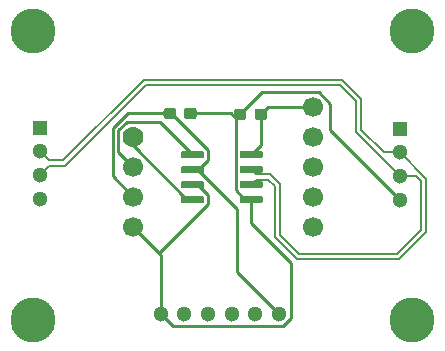
<source format=gbl>
G04 #@! TF.GenerationSoftware,KiCad,Pcbnew,(5.1.2)-1*
G04 #@! TF.CreationDate,2020-12-05T14:01:01+09:00*
G04 #@! TF.ProjectId,M5Atom_CAN,4d354174-6f6d-45f4-9341-4e2e6b696361,rev?*
G04 #@! TF.SameCoordinates,Original*
G04 #@! TF.FileFunction,Copper,L2,Bot*
G04 #@! TF.FilePolarity,Positive*
%FSLAX46Y46*%
G04 Gerber Fmt 4.6, Leading zero omitted, Abs format (unit mm)*
G04 Created by KiCad (PCBNEW (5.1.2)-1) date 2020-12-05 14:01:01*
%MOMM*%
%LPD*%
G04 APERTURE LIST*
%ADD10C,1.300000*%
%ADD11R,1.300000X1.300000*%
%ADD12C,0.100000*%
%ADD13C,0.600000*%
%ADD14C,0.950000*%
%ADD15C,1.700000*%
%ADD16C,1.776200*%
%ADD17C,3.800000*%
%ADD18C,0.250000*%
%ADD19C,0.200000*%
G04 APERTURE END LIST*
D10*
X165100000Y-126492000D03*
X165100000Y-124492000D03*
X165100000Y-122492000D03*
D11*
X165100000Y-120492000D03*
D12*
G36*
X153364703Y-126192722D02*
G01*
X153379264Y-126194882D01*
X153393543Y-126198459D01*
X153407403Y-126203418D01*
X153420710Y-126209712D01*
X153433336Y-126217280D01*
X153445159Y-126226048D01*
X153456066Y-126235934D01*
X153465952Y-126246841D01*
X153474720Y-126258664D01*
X153482288Y-126271290D01*
X153488582Y-126284597D01*
X153493541Y-126298457D01*
X153497118Y-126312736D01*
X153499278Y-126327297D01*
X153500000Y-126342000D01*
X153500000Y-126642000D01*
X153499278Y-126656703D01*
X153497118Y-126671264D01*
X153493541Y-126685543D01*
X153488582Y-126699403D01*
X153482288Y-126712710D01*
X153474720Y-126725336D01*
X153465952Y-126737159D01*
X153456066Y-126748066D01*
X153445159Y-126757952D01*
X153433336Y-126766720D01*
X153420710Y-126774288D01*
X153407403Y-126780582D01*
X153393543Y-126785541D01*
X153379264Y-126789118D01*
X153364703Y-126791278D01*
X153350000Y-126792000D01*
X151700000Y-126792000D01*
X151685297Y-126791278D01*
X151670736Y-126789118D01*
X151656457Y-126785541D01*
X151642597Y-126780582D01*
X151629290Y-126774288D01*
X151616664Y-126766720D01*
X151604841Y-126757952D01*
X151593934Y-126748066D01*
X151584048Y-126737159D01*
X151575280Y-126725336D01*
X151567712Y-126712710D01*
X151561418Y-126699403D01*
X151556459Y-126685543D01*
X151552882Y-126671264D01*
X151550722Y-126656703D01*
X151550000Y-126642000D01*
X151550000Y-126342000D01*
X151550722Y-126327297D01*
X151552882Y-126312736D01*
X151556459Y-126298457D01*
X151561418Y-126284597D01*
X151567712Y-126271290D01*
X151575280Y-126258664D01*
X151584048Y-126246841D01*
X151593934Y-126235934D01*
X151604841Y-126226048D01*
X151616664Y-126217280D01*
X151629290Y-126209712D01*
X151642597Y-126203418D01*
X151656457Y-126198459D01*
X151670736Y-126194882D01*
X151685297Y-126192722D01*
X151700000Y-126192000D01*
X153350000Y-126192000D01*
X153364703Y-126192722D01*
X153364703Y-126192722D01*
G37*
D13*
X152525000Y-126492000D03*
D12*
G36*
X153364703Y-124922722D02*
G01*
X153379264Y-124924882D01*
X153393543Y-124928459D01*
X153407403Y-124933418D01*
X153420710Y-124939712D01*
X153433336Y-124947280D01*
X153445159Y-124956048D01*
X153456066Y-124965934D01*
X153465952Y-124976841D01*
X153474720Y-124988664D01*
X153482288Y-125001290D01*
X153488582Y-125014597D01*
X153493541Y-125028457D01*
X153497118Y-125042736D01*
X153499278Y-125057297D01*
X153500000Y-125072000D01*
X153500000Y-125372000D01*
X153499278Y-125386703D01*
X153497118Y-125401264D01*
X153493541Y-125415543D01*
X153488582Y-125429403D01*
X153482288Y-125442710D01*
X153474720Y-125455336D01*
X153465952Y-125467159D01*
X153456066Y-125478066D01*
X153445159Y-125487952D01*
X153433336Y-125496720D01*
X153420710Y-125504288D01*
X153407403Y-125510582D01*
X153393543Y-125515541D01*
X153379264Y-125519118D01*
X153364703Y-125521278D01*
X153350000Y-125522000D01*
X151700000Y-125522000D01*
X151685297Y-125521278D01*
X151670736Y-125519118D01*
X151656457Y-125515541D01*
X151642597Y-125510582D01*
X151629290Y-125504288D01*
X151616664Y-125496720D01*
X151604841Y-125487952D01*
X151593934Y-125478066D01*
X151584048Y-125467159D01*
X151575280Y-125455336D01*
X151567712Y-125442710D01*
X151561418Y-125429403D01*
X151556459Y-125415543D01*
X151552882Y-125401264D01*
X151550722Y-125386703D01*
X151550000Y-125372000D01*
X151550000Y-125072000D01*
X151550722Y-125057297D01*
X151552882Y-125042736D01*
X151556459Y-125028457D01*
X151561418Y-125014597D01*
X151567712Y-125001290D01*
X151575280Y-124988664D01*
X151584048Y-124976841D01*
X151593934Y-124965934D01*
X151604841Y-124956048D01*
X151616664Y-124947280D01*
X151629290Y-124939712D01*
X151642597Y-124933418D01*
X151656457Y-124928459D01*
X151670736Y-124924882D01*
X151685297Y-124922722D01*
X151700000Y-124922000D01*
X153350000Y-124922000D01*
X153364703Y-124922722D01*
X153364703Y-124922722D01*
G37*
D13*
X152525000Y-125222000D03*
D12*
G36*
X153364703Y-123652722D02*
G01*
X153379264Y-123654882D01*
X153393543Y-123658459D01*
X153407403Y-123663418D01*
X153420710Y-123669712D01*
X153433336Y-123677280D01*
X153445159Y-123686048D01*
X153456066Y-123695934D01*
X153465952Y-123706841D01*
X153474720Y-123718664D01*
X153482288Y-123731290D01*
X153488582Y-123744597D01*
X153493541Y-123758457D01*
X153497118Y-123772736D01*
X153499278Y-123787297D01*
X153500000Y-123802000D01*
X153500000Y-124102000D01*
X153499278Y-124116703D01*
X153497118Y-124131264D01*
X153493541Y-124145543D01*
X153488582Y-124159403D01*
X153482288Y-124172710D01*
X153474720Y-124185336D01*
X153465952Y-124197159D01*
X153456066Y-124208066D01*
X153445159Y-124217952D01*
X153433336Y-124226720D01*
X153420710Y-124234288D01*
X153407403Y-124240582D01*
X153393543Y-124245541D01*
X153379264Y-124249118D01*
X153364703Y-124251278D01*
X153350000Y-124252000D01*
X151700000Y-124252000D01*
X151685297Y-124251278D01*
X151670736Y-124249118D01*
X151656457Y-124245541D01*
X151642597Y-124240582D01*
X151629290Y-124234288D01*
X151616664Y-124226720D01*
X151604841Y-124217952D01*
X151593934Y-124208066D01*
X151584048Y-124197159D01*
X151575280Y-124185336D01*
X151567712Y-124172710D01*
X151561418Y-124159403D01*
X151556459Y-124145543D01*
X151552882Y-124131264D01*
X151550722Y-124116703D01*
X151550000Y-124102000D01*
X151550000Y-123802000D01*
X151550722Y-123787297D01*
X151552882Y-123772736D01*
X151556459Y-123758457D01*
X151561418Y-123744597D01*
X151567712Y-123731290D01*
X151575280Y-123718664D01*
X151584048Y-123706841D01*
X151593934Y-123695934D01*
X151604841Y-123686048D01*
X151616664Y-123677280D01*
X151629290Y-123669712D01*
X151642597Y-123663418D01*
X151656457Y-123658459D01*
X151670736Y-123654882D01*
X151685297Y-123652722D01*
X151700000Y-123652000D01*
X153350000Y-123652000D01*
X153364703Y-123652722D01*
X153364703Y-123652722D01*
G37*
D13*
X152525000Y-123952000D03*
D12*
G36*
X153364703Y-122382722D02*
G01*
X153379264Y-122384882D01*
X153393543Y-122388459D01*
X153407403Y-122393418D01*
X153420710Y-122399712D01*
X153433336Y-122407280D01*
X153445159Y-122416048D01*
X153456066Y-122425934D01*
X153465952Y-122436841D01*
X153474720Y-122448664D01*
X153482288Y-122461290D01*
X153488582Y-122474597D01*
X153493541Y-122488457D01*
X153497118Y-122502736D01*
X153499278Y-122517297D01*
X153500000Y-122532000D01*
X153500000Y-122832000D01*
X153499278Y-122846703D01*
X153497118Y-122861264D01*
X153493541Y-122875543D01*
X153488582Y-122889403D01*
X153482288Y-122902710D01*
X153474720Y-122915336D01*
X153465952Y-122927159D01*
X153456066Y-122938066D01*
X153445159Y-122947952D01*
X153433336Y-122956720D01*
X153420710Y-122964288D01*
X153407403Y-122970582D01*
X153393543Y-122975541D01*
X153379264Y-122979118D01*
X153364703Y-122981278D01*
X153350000Y-122982000D01*
X151700000Y-122982000D01*
X151685297Y-122981278D01*
X151670736Y-122979118D01*
X151656457Y-122975541D01*
X151642597Y-122970582D01*
X151629290Y-122964288D01*
X151616664Y-122956720D01*
X151604841Y-122947952D01*
X151593934Y-122938066D01*
X151584048Y-122927159D01*
X151575280Y-122915336D01*
X151567712Y-122902710D01*
X151561418Y-122889403D01*
X151556459Y-122875543D01*
X151552882Y-122861264D01*
X151550722Y-122846703D01*
X151550000Y-122832000D01*
X151550000Y-122532000D01*
X151550722Y-122517297D01*
X151552882Y-122502736D01*
X151556459Y-122488457D01*
X151561418Y-122474597D01*
X151567712Y-122461290D01*
X151575280Y-122448664D01*
X151584048Y-122436841D01*
X151593934Y-122425934D01*
X151604841Y-122416048D01*
X151616664Y-122407280D01*
X151629290Y-122399712D01*
X151642597Y-122393418D01*
X151656457Y-122388459D01*
X151670736Y-122384882D01*
X151685297Y-122382722D01*
X151700000Y-122382000D01*
X153350000Y-122382000D01*
X153364703Y-122382722D01*
X153364703Y-122382722D01*
G37*
D13*
X152525000Y-122682000D03*
D12*
G36*
X148414703Y-122382722D02*
G01*
X148429264Y-122384882D01*
X148443543Y-122388459D01*
X148457403Y-122393418D01*
X148470710Y-122399712D01*
X148483336Y-122407280D01*
X148495159Y-122416048D01*
X148506066Y-122425934D01*
X148515952Y-122436841D01*
X148524720Y-122448664D01*
X148532288Y-122461290D01*
X148538582Y-122474597D01*
X148543541Y-122488457D01*
X148547118Y-122502736D01*
X148549278Y-122517297D01*
X148550000Y-122532000D01*
X148550000Y-122832000D01*
X148549278Y-122846703D01*
X148547118Y-122861264D01*
X148543541Y-122875543D01*
X148538582Y-122889403D01*
X148532288Y-122902710D01*
X148524720Y-122915336D01*
X148515952Y-122927159D01*
X148506066Y-122938066D01*
X148495159Y-122947952D01*
X148483336Y-122956720D01*
X148470710Y-122964288D01*
X148457403Y-122970582D01*
X148443543Y-122975541D01*
X148429264Y-122979118D01*
X148414703Y-122981278D01*
X148400000Y-122982000D01*
X146750000Y-122982000D01*
X146735297Y-122981278D01*
X146720736Y-122979118D01*
X146706457Y-122975541D01*
X146692597Y-122970582D01*
X146679290Y-122964288D01*
X146666664Y-122956720D01*
X146654841Y-122947952D01*
X146643934Y-122938066D01*
X146634048Y-122927159D01*
X146625280Y-122915336D01*
X146617712Y-122902710D01*
X146611418Y-122889403D01*
X146606459Y-122875543D01*
X146602882Y-122861264D01*
X146600722Y-122846703D01*
X146600000Y-122832000D01*
X146600000Y-122532000D01*
X146600722Y-122517297D01*
X146602882Y-122502736D01*
X146606459Y-122488457D01*
X146611418Y-122474597D01*
X146617712Y-122461290D01*
X146625280Y-122448664D01*
X146634048Y-122436841D01*
X146643934Y-122425934D01*
X146654841Y-122416048D01*
X146666664Y-122407280D01*
X146679290Y-122399712D01*
X146692597Y-122393418D01*
X146706457Y-122388459D01*
X146720736Y-122384882D01*
X146735297Y-122382722D01*
X146750000Y-122382000D01*
X148400000Y-122382000D01*
X148414703Y-122382722D01*
X148414703Y-122382722D01*
G37*
D13*
X147575000Y-122682000D03*
D12*
G36*
X148414703Y-123652722D02*
G01*
X148429264Y-123654882D01*
X148443543Y-123658459D01*
X148457403Y-123663418D01*
X148470710Y-123669712D01*
X148483336Y-123677280D01*
X148495159Y-123686048D01*
X148506066Y-123695934D01*
X148515952Y-123706841D01*
X148524720Y-123718664D01*
X148532288Y-123731290D01*
X148538582Y-123744597D01*
X148543541Y-123758457D01*
X148547118Y-123772736D01*
X148549278Y-123787297D01*
X148550000Y-123802000D01*
X148550000Y-124102000D01*
X148549278Y-124116703D01*
X148547118Y-124131264D01*
X148543541Y-124145543D01*
X148538582Y-124159403D01*
X148532288Y-124172710D01*
X148524720Y-124185336D01*
X148515952Y-124197159D01*
X148506066Y-124208066D01*
X148495159Y-124217952D01*
X148483336Y-124226720D01*
X148470710Y-124234288D01*
X148457403Y-124240582D01*
X148443543Y-124245541D01*
X148429264Y-124249118D01*
X148414703Y-124251278D01*
X148400000Y-124252000D01*
X146750000Y-124252000D01*
X146735297Y-124251278D01*
X146720736Y-124249118D01*
X146706457Y-124245541D01*
X146692597Y-124240582D01*
X146679290Y-124234288D01*
X146666664Y-124226720D01*
X146654841Y-124217952D01*
X146643934Y-124208066D01*
X146634048Y-124197159D01*
X146625280Y-124185336D01*
X146617712Y-124172710D01*
X146611418Y-124159403D01*
X146606459Y-124145543D01*
X146602882Y-124131264D01*
X146600722Y-124116703D01*
X146600000Y-124102000D01*
X146600000Y-123802000D01*
X146600722Y-123787297D01*
X146602882Y-123772736D01*
X146606459Y-123758457D01*
X146611418Y-123744597D01*
X146617712Y-123731290D01*
X146625280Y-123718664D01*
X146634048Y-123706841D01*
X146643934Y-123695934D01*
X146654841Y-123686048D01*
X146666664Y-123677280D01*
X146679290Y-123669712D01*
X146692597Y-123663418D01*
X146706457Y-123658459D01*
X146720736Y-123654882D01*
X146735297Y-123652722D01*
X146750000Y-123652000D01*
X148400000Y-123652000D01*
X148414703Y-123652722D01*
X148414703Y-123652722D01*
G37*
D13*
X147575000Y-123952000D03*
D12*
G36*
X148414703Y-124922722D02*
G01*
X148429264Y-124924882D01*
X148443543Y-124928459D01*
X148457403Y-124933418D01*
X148470710Y-124939712D01*
X148483336Y-124947280D01*
X148495159Y-124956048D01*
X148506066Y-124965934D01*
X148515952Y-124976841D01*
X148524720Y-124988664D01*
X148532288Y-125001290D01*
X148538582Y-125014597D01*
X148543541Y-125028457D01*
X148547118Y-125042736D01*
X148549278Y-125057297D01*
X148550000Y-125072000D01*
X148550000Y-125372000D01*
X148549278Y-125386703D01*
X148547118Y-125401264D01*
X148543541Y-125415543D01*
X148538582Y-125429403D01*
X148532288Y-125442710D01*
X148524720Y-125455336D01*
X148515952Y-125467159D01*
X148506066Y-125478066D01*
X148495159Y-125487952D01*
X148483336Y-125496720D01*
X148470710Y-125504288D01*
X148457403Y-125510582D01*
X148443543Y-125515541D01*
X148429264Y-125519118D01*
X148414703Y-125521278D01*
X148400000Y-125522000D01*
X146750000Y-125522000D01*
X146735297Y-125521278D01*
X146720736Y-125519118D01*
X146706457Y-125515541D01*
X146692597Y-125510582D01*
X146679290Y-125504288D01*
X146666664Y-125496720D01*
X146654841Y-125487952D01*
X146643934Y-125478066D01*
X146634048Y-125467159D01*
X146625280Y-125455336D01*
X146617712Y-125442710D01*
X146611418Y-125429403D01*
X146606459Y-125415543D01*
X146602882Y-125401264D01*
X146600722Y-125386703D01*
X146600000Y-125372000D01*
X146600000Y-125072000D01*
X146600722Y-125057297D01*
X146602882Y-125042736D01*
X146606459Y-125028457D01*
X146611418Y-125014597D01*
X146617712Y-125001290D01*
X146625280Y-124988664D01*
X146634048Y-124976841D01*
X146643934Y-124965934D01*
X146654841Y-124956048D01*
X146666664Y-124947280D01*
X146679290Y-124939712D01*
X146692597Y-124933418D01*
X146706457Y-124928459D01*
X146720736Y-124924882D01*
X146735297Y-124922722D01*
X146750000Y-124922000D01*
X148400000Y-124922000D01*
X148414703Y-124922722D01*
X148414703Y-124922722D01*
G37*
D13*
X147575000Y-125222000D03*
D12*
G36*
X148414703Y-126192722D02*
G01*
X148429264Y-126194882D01*
X148443543Y-126198459D01*
X148457403Y-126203418D01*
X148470710Y-126209712D01*
X148483336Y-126217280D01*
X148495159Y-126226048D01*
X148506066Y-126235934D01*
X148515952Y-126246841D01*
X148524720Y-126258664D01*
X148532288Y-126271290D01*
X148538582Y-126284597D01*
X148543541Y-126298457D01*
X148547118Y-126312736D01*
X148549278Y-126327297D01*
X148550000Y-126342000D01*
X148550000Y-126642000D01*
X148549278Y-126656703D01*
X148547118Y-126671264D01*
X148543541Y-126685543D01*
X148538582Y-126699403D01*
X148532288Y-126712710D01*
X148524720Y-126725336D01*
X148515952Y-126737159D01*
X148506066Y-126748066D01*
X148495159Y-126757952D01*
X148483336Y-126766720D01*
X148470710Y-126774288D01*
X148457403Y-126780582D01*
X148443543Y-126785541D01*
X148429264Y-126789118D01*
X148414703Y-126791278D01*
X148400000Y-126792000D01*
X146750000Y-126792000D01*
X146735297Y-126791278D01*
X146720736Y-126789118D01*
X146706457Y-126785541D01*
X146692597Y-126780582D01*
X146679290Y-126774288D01*
X146666664Y-126766720D01*
X146654841Y-126757952D01*
X146643934Y-126748066D01*
X146634048Y-126737159D01*
X146625280Y-126725336D01*
X146617712Y-126712710D01*
X146611418Y-126699403D01*
X146606459Y-126685543D01*
X146602882Y-126671264D01*
X146600722Y-126656703D01*
X146600000Y-126642000D01*
X146600000Y-126342000D01*
X146600722Y-126327297D01*
X146602882Y-126312736D01*
X146606459Y-126298457D01*
X146611418Y-126284597D01*
X146617712Y-126271290D01*
X146625280Y-126258664D01*
X146634048Y-126246841D01*
X146643934Y-126235934D01*
X146654841Y-126226048D01*
X146666664Y-126217280D01*
X146679290Y-126209712D01*
X146692597Y-126203418D01*
X146706457Y-126198459D01*
X146720736Y-126194882D01*
X146735297Y-126192722D01*
X146750000Y-126192000D01*
X148400000Y-126192000D01*
X148414703Y-126192722D01*
X148414703Y-126192722D01*
G37*
D13*
X147575000Y-126492000D03*
D12*
G36*
X151913779Y-118779144D02*
G01*
X151936834Y-118782563D01*
X151959443Y-118788227D01*
X151981387Y-118796079D01*
X152002457Y-118806044D01*
X152022448Y-118818026D01*
X152041168Y-118831910D01*
X152058438Y-118847562D01*
X152074090Y-118864832D01*
X152087974Y-118883552D01*
X152099956Y-118903543D01*
X152109921Y-118924613D01*
X152117773Y-118946557D01*
X152123437Y-118969166D01*
X152126856Y-118992221D01*
X152128000Y-119015500D01*
X152128000Y-119490500D01*
X152126856Y-119513779D01*
X152123437Y-119536834D01*
X152117773Y-119559443D01*
X152109921Y-119581387D01*
X152099956Y-119602457D01*
X152087974Y-119622448D01*
X152074090Y-119641168D01*
X152058438Y-119658438D01*
X152041168Y-119674090D01*
X152022448Y-119687974D01*
X152002457Y-119699956D01*
X151981387Y-119709921D01*
X151959443Y-119717773D01*
X151936834Y-119723437D01*
X151913779Y-119726856D01*
X151890500Y-119728000D01*
X151315500Y-119728000D01*
X151292221Y-119726856D01*
X151269166Y-119723437D01*
X151246557Y-119717773D01*
X151224613Y-119709921D01*
X151203543Y-119699956D01*
X151183552Y-119687974D01*
X151164832Y-119674090D01*
X151147562Y-119658438D01*
X151131910Y-119641168D01*
X151118026Y-119622448D01*
X151106044Y-119602457D01*
X151096079Y-119581387D01*
X151088227Y-119559443D01*
X151082563Y-119536834D01*
X151079144Y-119513779D01*
X151078000Y-119490500D01*
X151078000Y-119015500D01*
X151079144Y-118992221D01*
X151082563Y-118969166D01*
X151088227Y-118946557D01*
X151096079Y-118924613D01*
X151106044Y-118903543D01*
X151118026Y-118883552D01*
X151131910Y-118864832D01*
X151147562Y-118847562D01*
X151164832Y-118831910D01*
X151183552Y-118818026D01*
X151203543Y-118806044D01*
X151224613Y-118796079D01*
X151246557Y-118788227D01*
X151269166Y-118782563D01*
X151292221Y-118779144D01*
X151315500Y-118778000D01*
X151890500Y-118778000D01*
X151913779Y-118779144D01*
X151913779Y-118779144D01*
G37*
D14*
X151603000Y-119253000D03*
D12*
G36*
X153663779Y-118779144D02*
G01*
X153686834Y-118782563D01*
X153709443Y-118788227D01*
X153731387Y-118796079D01*
X153752457Y-118806044D01*
X153772448Y-118818026D01*
X153791168Y-118831910D01*
X153808438Y-118847562D01*
X153824090Y-118864832D01*
X153837974Y-118883552D01*
X153849956Y-118903543D01*
X153859921Y-118924613D01*
X153867773Y-118946557D01*
X153873437Y-118969166D01*
X153876856Y-118992221D01*
X153878000Y-119015500D01*
X153878000Y-119490500D01*
X153876856Y-119513779D01*
X153873437Y-119536834D01*
X153867773Y-119559443D01*
X153859921Y-119581387D01*
X153849956Y-119602457D01*
X153837974Y-119622448D01*
X153824090Y-119641168D01*
X153808438Y-119658438D01*
X153791168Y-119674090D01*
X153772448Y-119687974D01*
X153752457Y-119699956D01*
X153731387Y-119709921D01*
X153709443Y-119717773D01*
X153686834Y-119723437D01*
X153663779Y-119726856D01*
X153640500Y-119728000D01*
X153065500Y-119728000D01*
X153042221Y-119726856D01*
X153019166Y-119723437D01*
X152996557Y-119717773D01*
X152974613Y-119709921D01*
X152953543Y-119699956D01*
X152933552Y-119687974D01*
X152914832Y-119674090D01*
X152897562Y-119658438D01*
X152881910Y-119641168D01*
X152868026Y-119622448D01*
X152856044Y-119602457D01*
X152846079Y-119581387D01*
X152838227Y-119559443D01*
X152832563Y-119536834D01*
X152829144Y-119513779D01*
X152828000Y-119490500D01*
X152828000Y-119015500D01*
X152829144Y-118992221D01*
X152832563Y-118969166D01*
X152838227Y-118946557D01*
X152846079Y-118924613D01*
X152856044Y-118903543D01*
X152868026Y-118883552D01*
X152881910Y-118864832D01*
X152897562Y-118847562D01*
X152914832Y-118831910D01*
X152933552Y-118818026D01*
X152953543Y-118806044D01*
X152974613Y-118796079D01*
X152996557Y-118788227D01*
X153019166Y-118782563D01*
X153042221Y-118779144D01*
X153065500Y-118778000D01*
X153640500Y-118778000D01*
X153663779Y-118779144D01*
X153663779Y-118779144D01*
G37*
D14*
X153353000Y-119253000D03*
D15*
X157740000Y-118610000D03*
X157740000Y-121150000D03*
X157740000Y-123690000D03*
X157740000Y-126230000D03*
X157740000Y-128770000D03*
X142500000Y-128770000D03*
X142500000Y-126230000D03*
X142500000Y-123690000D03*
D16*
X142500000Y-121150000D03*
D17*
X134064000Y-112220001D03*
X166164000Y-112220001D03*
X166164000Y-136699999D03*
X134064000Y-136699999D03*
D10*
X144876000Y-136144000D03*
X146876000Y-136144000D03*
X148876000Y-136144000D03*
X150876000Y-136144000D03*
X152876000Y-136144000D03*
X154876000Y-136144000D03*
X134620000Y-126396000D03*
X134620000Y-124396000D03*
X134620000Y-122396000D03*
D11*
X134620000Y-120396000D03*
D12*
G36*
X147693779Y-118716144D02*
G01*
X147716834Y-118719563D01*
X147739443Y-118725227D01*
X147761387Y-118733079D01*
X147782457Y-118743044D01*
X147802448Y-118755026D01*
X147821168Y-118768910D01*
X147838438Y-118784562D01*
X147854090Y-118801832D01*
X147867974Y-118820552D01*
X147879956Y-118840543D01*
X147889921Y-118861613D01*
X147897773Y-118883557D01*
X147903437Y-118906166D01*
X147906856Y-118929221D01*
X147908000Y-118952500D01*
X147908000Y-119427500D01*
X147906856Y-119450779D01*
X147903437Y-119473834D01*
X147897773Y-119496443D01*
X147889921Y-119518387D01*
X147879956Y-119539457D01*
X147867974Y-119559448D01*
X147854090Y-119578168D01*
X147838438Y-119595438D01*
X147821168Y-119611090D01*
X147802448Y-119624974D01*
X147782457Y-119636956D01*
X147761387Y-119646921D01*
X147739443Y-119654773D01*
X147716834Y-119660437D01*
X147693779Y-119663856D01*
X147670500Y-119665000D01*
X147095500Y-119665000D01*
X147072221Y-119663856D01*
X147049166Y-119660437D01*
X147026557Y-119654773D01*
X147004613Y-119646921D01*
X146983543Y-119636956D01*
X146963552Y-119624974D01*
X146944832Y-119611090D01*
X146927562Y-119595438D01*
X146911910Y-119578168D01*
X146898026Y-119559448D01*
X146886044Y-119539457D01*
X146876079Y-119518387D01*
X146868227Y-119496443D01*
X146862563Y-119473834D01*
X146859144Y-119450779D01*
X146858000Y-119427500D01*
X146858000Y-118952500D01*
X146859144Y-118929221D01*
X146862563Y-118906166D01*
X146868227Y-118883557D01*
X146876079Y-118861613D01*
X146886044Y-118840543D01*
X146898026Y-118820552D01*
X146911910Y-118801832D01*
X146927562Y-118784562D01*
X146944832Y-118768910D01*
X146963552Y-118755026D01*
X146983543Y-118743044D01*
X147004613Y-118733079D01*
X147026557Y-118725227D01*
X147049166Y-118719563D01*
X147072221Y-118716144D01*
X147095500Y-118715000D01*
X147670500Y-118715000D01*
X147693779Y-118716144D01*
X147693779Y-118716144D01*
G37*
D14*
X147383000Y-119190000D03*
D12*
G36*
X145943779Y-118716144D02*
G01*
X145966834Y-118719563D01*
X145989443Y-118725227D01*
X146011387Y-118733079D01*
X146032457Y-118743044D01*
X146052448Y-118755026D01*
X146071168Y-118768910D01*
X146088438Y-118784562D01*
X146104090Y-118801832D01*
X146117974Y-118820552D01*
X146129956Y-118840543D01*
X146139921Y-118861613D01*
X146147773Y-118883557D01*
X146153437Y-118906166D01*
X146156856Y-118929221D01*
X146158000Y-118952500D01*
X146158000Y-119427500D01*
X146156856Y-119450779D01*
X146153437Y-119473834D01*
X146147773Y-119496443D01*
X146139921Y-119518387D01*
X146129956Y-119539457D01*
X146117974Y-119559448D01*
X146104090Y-119578168D01*
X146088438Y-119595438D01*
X146071168Y-119611090D01*
X146052448Y-119624974D01*
X146032457Y-119636956D01*
X146011387Y-119646921D01*
X145989443Y-119654773D01*
X145966834Y-119660437D01*
X145943779Y-119663856D01*
X145920500Y-119665000D01*
X145345500Y-119665000D01*
X145322221Y-119663856D01*
X145299166Y-119660437D01*
X145276557Y-119654773D01*
X145254613Y-119646921D01*
X145233543Y-119636956D01*
X145213552Y-119624974D01*
X145194832Y-119611090D01*
X145177562Y-119595438D01*
X145161910Y-119578168D01*
X145148026Y-119559448D01*
X145136044Y-119539457D01*
X145126079Y-119518387D01*
X145118227Y-119496443D01*
X145112563Y-119473834D01*
X145109144Y-119450779D01*
X145108000Y-119427500D01*
X145108000Y-118952500D01*
X145109144Y-118929221D01*
X145112563Y-118906166D01*
X145118227Y-118883557D01*
X145126079Y-118861613D01*
X145136044Y-118840543D01*
X145148026Y-118820552D01*
X145161910Y-118801832D01*
X145177562Y-118784562D01*
X145194832Y-118768910D01*
X145213552Y-118755026D01*
X145233543Y-118743044D01*
X145254613Y-118733079D01*
X145276557Y-118725227D01*
X145299166Y-118719563D01*
X145322221Y-118716144D01*
X145345500Y-118715000D01*
X145920500Y-118715000D01*
X145943779Y-118716144D01*
X145943779Y-118716144D01*
G37*
D14*
X145633000Y-119190000D03*
D18*
X151224100Y-119631900D02*
X151603000Y-119253000D01*
X152525000Y-126492000D02*
X152025800Y-126492000D01*
X152025800Y-126492000D02*
X151224100Y-125690300D01*
X151224100Y-125690300D02*
X151224100Y-119631900D01*
X147383000Y-119190000D02*
X150782200Y-119190000D01*
X150782200Y-119190000D02*
X151224100Y-119631900D01*
X144876000Y-136144000D02*
X145895100Y-137163100D01*
X145895100Y-137163100D02*
X155238900Y-137163100D01*
X155238900Y-137163100D02*
X155896500Y-136505500D01*
X155896500Y-136505500D02*
X155896500Y-131815600D01*
X155896500Y-131815600D02*
X152525000Y-128444100D01*
X152525000Y-128444100D02*
X152525000Y-126492000D01*
X144744700Y-131014600D02*
X144876000Y-131146000D01*
X144876000Y-131146000D02*
X144876000Y-136144000D01*
X144744700Y-131014600D02*
X142500000Y-128770000D01*
X147575000Y-125222000D02*
X148015600Y-125222000D01*
X148015600Y-125222000D02*
X148900700Y-126107100D01*
X148900700Y-126107100D02*
X148900700Y-126858600D01*
X148900700Y-126858600D02*
X144744700Y-131014600D01*
X151603000Y-119253000D02*
X153440600Y-117415400D01*
X153440600Y-117415400D02*
X158248100Y-117415400D01*
X158248100Y-117415400D02*
X159233400Y-118400700D01*
X159233400Y-118400700D02*
X159233400Y-120625400D01*
X159233400Y-120625400D02*
X165100000Y-126492000D01*
X153353000Y-119253000D02*
X153353000Y-121854000D01*
X153353000Y-121854000D02*
X152525000Y-122682000D01*
X157740000Y-118610000D02*
X153996000Y-118610000D01*
X153996000Y-118610000D02*
X153353000Y-119253000D01*
X148032900Y-123952000D02*
X151325300Y-127244400D01*
X151325300Y-127244400D02*
X151325300Y-132593300D01*
X151325300Y-132593300D02*
X154876000Y-136144000D01*
X145633000Y-119190000D02*
X142061600Y-119190000D01*
X142061600Y-119190000D02*
X140797900Y-120453700D01*
X140797900Y-120453700D02*
X140797900Y-124527900D01*
X140797900Y-124527900D02*
X142500000Y-126230000D01*
X148032900Y-123952000D02*
X148881600Y-123103300D01*
X148881600Y-123103300D02*
X148881600Y-122286900D01*
X148881600Y-122286900D02*
X145784700Y-119190000D01*
X145784700Y-119190000D02*
X145633000Y-119190000D01*
X148032900Y-123952000D02*
X147575000Y-123952000D01*
X142500000Y-123690000D02*
X141283300Y-122473300D01*
X141283300Y-122473300D02*
X141283300Y-120605200D01*
X141283300Y-120605200D02*
X141984900Y-119903600D01*
X141984900Y-119903600D02*
X144796600Y-119903600D01*
X144796600Y-119903600D02*
X147575000Y-122682000D01*
X142500000Y-121150000D02*
X142500000Y-121894400D01*
X142500000Y-121894400D02*
X147097600Y-126492000D01*
X147097600Y-126492000D02*
X147575000Y-126492000D01*
D19*
X152525000Y-123952000D02*
X152935000Y-124362000D01*
X152935000Y-124362000D02*
X154144000Y-124362000D01*
X154144000Y-124362000D02*
X154974000Y-125192000D01*
X154974000Y-125192000D02*
X154974000Y-129510000D01*
X154974000Y-129510000D02*
X156557000Y-131093000D01*
X156557000Y-131093000D02*
X164880000Y-131093000D01*
X164880000Y-131093000D02*
X166907000Y-129066000D01*
X166907000Y-129066000D02*
X166907000Y-124935000D01*
X166907000Y-124935000D02*
X166464000Y-124492000D01*
X166464000Y-124492000D02*
X165100000Y-124492000D01*
X134620000Y-124396000D02*
X135395000Y-123621000D01*
X135395000Y-123621000D02*
X136793000Y-123621000D01*
X136793000Y-123621000D02*
X143603000Y-116811000D01*
X143603000Y-116811000D02*
X160054000Y-116811000D01*
X160054000Y-116811000D02*
X161382000Y-118140000D01*
X161382000Y-118140000D02*
X161382000Y-120774000D01*
X161382000Y-120774000D02*
X165100000Y-124492000D01*
X152525000Y-125222000D02*
X152935000Y-124812000D01*
X152935000Y-124812000D02*
X153958000Y-124812000D01*
X153958000Y-124812000D02*
X154524000Y-125379000D01*
X154524000Y-125379000D02*
X154524000Y-129697000D01*
X154524000Y-129697000D02*
X156371000Y-131543000D01*
X156371000Y-131543000D02*
X165066000Y-131543000D01*
X165066000Y-131543000D02*
X167357000Y-129252000D01*
X167357000Y-129252000D02*
X167357000Y-124749000D01*
X167357000Y-124749000D02*
X165100000Y-122492000D01*
X134620000Y-122396000D02*
X135395000Y-123171000D01*
X135395000Y-123171000D02*
X136607000Y-123171000D01*
X136607000Y-123171000D02*
X143417000Y-116361000D01*
X143417000Y-116361000D02*
X160240000Y-116361000D01*
X160240000Y-116361000D02*
X161832000Y-117953000D01*
X161832000Y-117953000D02*
X161832000Y-120588000D01*
X161832000Y-120588000D02*
X163736000Y-122492000D01*
X163736000Y-122492000D02*
X165100000Y-122492000D01*
M02*

</source>
